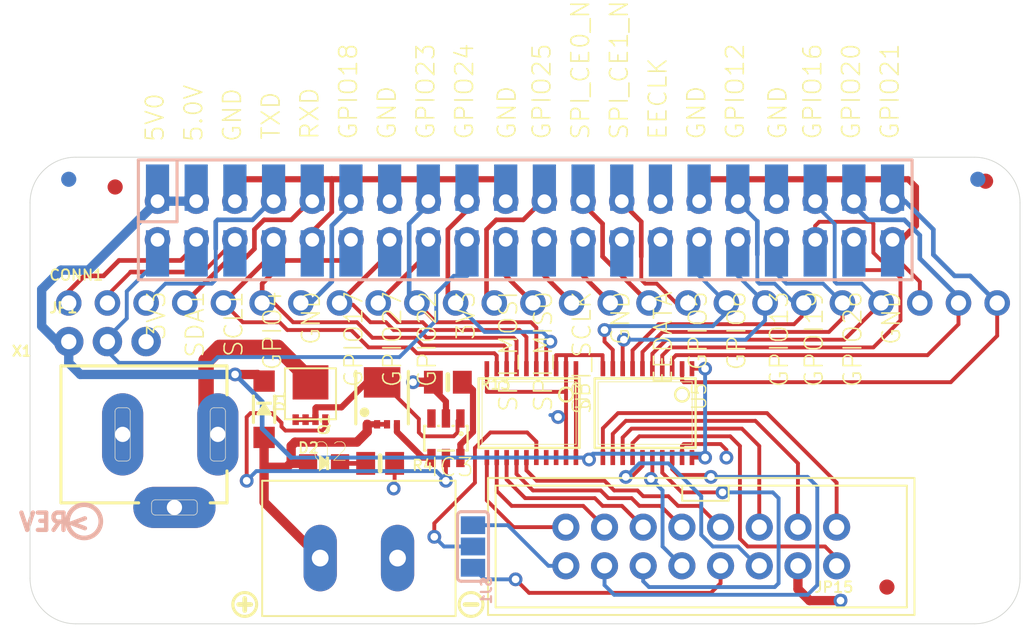
<source format=kicad_pcb>
(kicad_pcb (version 20211014) (generator pcbnew)
  (layers (0 "F.Cu" signal) (31 "B.Cu" signal) (34 "B.Paste" user) (35 "F.Paste" user) (36 "B.SilkS" user "B.Silkscreen") (37 "F.SilkS" user "F.Silkscreen") (38 "B.Mask" user) (39 "F.Mask" user) (44 "Edge.Cuts" user))
  (net 0 "")
  (net 1 "5.0V")
  (net 2 "SDA")
  (net 3 "SCL")
  (net 4 "GPIO4")
  (net 5 "GPIO17")
  (net 6 "GPIO27")
  (net 7 "GPIO22")
  (net 8 "SPI_MOSI")
  (net 9 "SPI_MISO")
  (net 10 "SPI_SCLK")
  (net 11 "GPIO5")
  (net 12 "GPIO6")
  (net 13 "GPIO13")
  (net 14 "GPIO19")
  (net 15 "GPIO26")
  (net 16 "3.3V")
  (net 17 "GND")
  (net 18 "TXD")
  (net 19 "RXD")
  (net 20 "GPIO18")
  (net 21 "GPIO24")
  (net 22 "GPIO25")
  (net 23 "SPI_CE0")
  (net 24 "SPI_CE1")
  (net 25 "EECLK")
  (net 26 "GPIO16")
  (net 27 "GPIO20")
  (net 28 "GPIO21")
  (net 29 "GPIO23")
  (net 30 "EEDATA")
  (net 31 "GPIO12")
  (net 32 "M1_R1")
  (net 33 "M1_B1")
  (net 34 "M1_R2")
  (net 35 "M1_B2")
  (net 36 "M1_A")
  (net 37 "M1_C")
  (net 38 "CLK")
  (net 39 "OE")
  (net 40 "LAT")
  (net 41 "M1_D")
  (net 42 "M1_B")
  (net 43 "M1_G2")
  (net 44 "M1_G1")
  (net 45 "N$1")
  (net 46 "N$6")
  (net 47 "5VIN")
  (net 48 "N$5")
  (net 49 "N$7")
  (net 50 "+5V")
  (net 51 "N$4")
  (net 52 "M1_E")
  (net 53 "M1_E'")
  (net 54 "M1_E''")
  (footprint "boardEagle:PI_BONNET_THMSMT" (layer "F.Cu") (at 116.0011 120.3338)
    (fp_text reference "RPI1" hide)
    (fp_text value "RASPBERRYPI_BPLUS_BONNET_THMSMT" hide)
    (fp_line (start 65 -3) (end 65 -27.6604) (layer "Edge.Cuts") (width 0.05))
    (fp_line (start 62 -30.6604) (end 3 -30.6604) (layer "Edge.Cuts") (width 0.05))
    (fp_line (start 0 -27.6604) (end 0 -3) (layer "Edge.Cuts") (width 0.05))
    (fp_line (start 3 0) (end 62 0) (layer "Edge.Cuts") (width 0.05))
    (fp_arc (start 3 0) (mid 0.87868 -0.87868) (end 0 -3) (layer "Edge.Cuts") (width 0.05))
    (fp_arc (start 62 -30.6604) (mid 64.12132 -29.78172) (end 65 -27.6604) (layer "Edge.Cuts") (width 0.05))
    (fp_arc (start 0 -27.6604) (mid 0.87868 -29.78172) (end 3 -30.6604) (layer "Edge.Cuts") (width 0.05))
    (fp_arc (start 65 -3) (mid 64.12132 -0.87868) (end 62 0) (layer "Edge.Cuts") (width 0.05))
  )
  (footprint "boardEagle:TSSOP20" (layer "F.Cu") (at 156.3871 106.4908 180)
    (fp_text reference "U5")
    (fp_text value "74AHCT245")
  )
  (footprint "boardEagle:TSSOP20" (layer "F.Cu") (at 148.7671 106.4908 180)
    (fp_text reference "U3")
    (fp_text value "74AHCT245")
  )
  (footprint "boardEagle:SYMBOL_PLUS" (layer "F.Cu") (at 130.0981 119.0638)
    (fp_text reference "U$10" hide)
    (fp_text value "" hide)
  )
  (footprint "boardEagle:2X08_SHROUDED" (layer "F.Cu") (at 160.0701 115.2538 180)
    (fp_text reference "JP15")
    (fp_text value "")
  )
  (footprint "boardEagle:POWERPAK-1212-8" (layer "F.Cu") (at 139.1151 105.4748)
    (fp_text reference "Q1")
    (fp_text value "AON3414")
  )
  (footprint "boardEagle:CHIPLED_0805_NOOUTLINE" (layer "F.Cu") (at 135.3051 109.7928 -90)
    (fp_text reference "D2")
    (fp_text value "green")
  )
  (footprint "boardEagle:DCJACK_2MM_PTH" (layer "F.Cu") (at 114.7311 107.8878)
    (fp_text reference "X1")
    (fp_text value "2.1mm DC")
    (fp_line (start 7.85 -1.5) (end 7.85 1.5) (layer "Edge.Cuts") (width 0.05))
    (fp_line (start 7.6 1.75) (end 7.1 1.75) (layer "Edge.Cuts") (width 0.05))
    (fp_line (start 13.1 1.5) (end 13.1 -1.5) (layer "Edge.Cuts") (width 0.05))
    (fp_line (start 12.25 4.55) (end 12.25 5.05) (layer "Edge.Cuts") (width 0.05))
    (fp_line (start 13.35 -1.75) (end 13.85 -1.75) (layer "Edge.Cuts") (width 0.05))
    (fp_line (start 9.5 4.3) (end 12 4.3) (layer "Edge.Cuts") (width 0.05))
    (fp_line (start 13.85 1.75) (end 13.35 1.75) (layer "Edge.Cuts") (width 0.05))
    (fp_line (start 14.1 -1.5) (end 14.1 1.5) (layer "Edge.Cuts") (width 0.05))
    (fp_line (start 9.25 5.05) (end 9.25 4.55) (layer "Edge.Cuts") (width 0.05))
    (fp_line (start 12 5.3) (end 9.5 5.3) (layer "Edge.Cuts") (width 0.05))
    (fp_line (start 7.1 -1.75) (end 7.6 -1.75) (layer "Edge.Cuts") (width 0.05))
    (fp_line (start 6.85 1.5) (end 6.85 -1.5) (layer "Edge.Cuts") (width 0.05))
    (fp_arc (start 12.25 5.05) (mid 12.176777 5.226777) (end 12 5.3) (layer "Edge.Cuts") (width 0.05))
    (fp_arc (start 7.85 1.5) (mid 7.776777 1.676777) (end 7.6 1.75) (layer "Edge.Cuts") (width 0.05))
    (fp_arc (start 13.35 1.75) (mid 13.173223 1.676777) (end 13.1 1.5) (layer "Edge.Cuts") (width 0.05))
    (fp_arc (start 7.6 -1.75) (mid 7.776777 -1.676777) (end 7.85 -1.5) (layer "Edge.Cuts") (width 0.05))
    (fp_arc (start 9.5 5.3) (mid 9.323223 5.226777) (end 9.25 5.05) (layer "Edge.Cuts") (width 0.05))
    (fp_arc (start 9.25 4.55) (mid 9.323223 4.373223) (end 9.5 4.3) (layer "Edge.Cuts") (width 0.05))
    (fp_arc (start 12 4.3) (mid 12.176777 4.373223) (end 12.25 4.55) (layer "Edge.Cuts") (width 0.05))
    (fp_arc (start 7.1 1.75) (mid 6.923223 1.676777) (end 6.85 1.5) (layer "Edge.Cuts") (width 0.05))
    (fp_arc (start 13.85 -1.75) (mid 14.026777 -1.676777) (end 14.1 -1.5) (layer "Edge.Cuts") (width 0.05))
    (fp_arc (start 13.1 -1.5) (mid 13.173223 -1.676777) (end 13.35 -1.75) (layer "Edge.Cuts") (width 0.05))
    (fp_arc (start 6.85 -1.5) (mid 6.923223 -1.676777) (end 7.1 -1.75) (layer "Edge.Cuts") (width 0.05))
    (fp_arc (start 14.1 1.5) (mid 14.026777 1.676777) (end 13.85 1.75) (layer "Edge.Cuts") (width 0.05))
  )
  (footprint "boardEagle:POWERDI3333" (layer "F.Cu") (at 134.4161 105.2208 90)
    (fp_text reference "Q2")
    (fp_text value "AON7401")
  )
  (footprint "boardEagle:FIDUCIAL_1MM" (layer "F.Cu") (at 178.7391 91.2508)
    (fp_text reference "FID3" hide)
    (fp_text value "FIDUCIAL_1MM" hide)
  )
  (footprint "boardEagle:FIDUCIAL_1MM" (layer "F.Cu") (at 172.2621 117.9208)
    (fp_text reference "FID2" hide)
    (fp_text value "FIDUCIAL_1MM" hide)
  )
  (footprint "boardEagle:1X03_ROUND_76" (layer "F.Cu") (at 121.0811 101.7918)
    (fp_text reference "JP1")
    (fp_text value "")
  )
  (footprint "boardEagle:FIDUCIAL_1MM" (layer "F.Cu") (at 121.5891 91.6318)
    (fp_text reference "FID1" hide)
    (fp_text value "FIDUCIAL_1MM" hide)
  )
  (footprint "boardEagle:0805-NO" (layer "F.Cu") (at 138.9881 109.7928)
    (fp_text reference "R4")
    (fp_text value "1K")
  )
  (footprint "boardEagle:BONNET_MATRIX_TOP" (layer "F.Cu") (at 116.0011 120.3338)
    (fp_text reference "U$1" hide)
    (fp_text value "" hide)
  )
  (footprint "boardEagle:TERMBLOCK508" (layer "F.Cu") (at 137.5911 116.0158 180)
    (fp_text reference "MATRIX_PWR0" hide)
    (fp_text value "PINHEAD" hide)
  )
  (footprint "boardEagle:0805-NO" (layer "F.Cu") (at 143.4331 104.4588)
    (fp_text reference "R13")
    (fp_text value "1K")
  )
  (footprint "boardEagle:SOD-123" (layer "F.Cu") (at 131.3681 106.2368 -90)
    (fp_text reference "D1")
    (fp_text value "MBR120")
  )
  (footprint "boardEagle:1X25_ROUND_70MIL" (layer "F.Cu") (at 149.0211 99.2518)
    (fp_text reference "CONN1")
    (fp_text value "HEADER-1X25")
  )
  (footprint "boardEagle:SOT23-6" (layer "F.Cu") (at 143.3061 108.1418 180)
    (fp_text reference "IC3")
    (fp_text value "MAX4866T")
  )
  (footprint "boardEagle:SYMBOL_MINUS" (layer "F.Cu") (at 144.9571 119.0638)
    (fp_text reference "U$11" hide)
    (fp_text value "" hide)
  )
  (footprint "boardEagle:PCBFEAT-REV-056" (layer "B.Cu") (at 119.5571 113.6028 180)
    (fp_text reference "U$3" hide)
    (fp_text value "" hide)
  )
  (footprint "boardEagle:SOLDERJUMPER_2WAY_OPEN_NOPASTE" (layer "B.Cu") (at 145.0841 115.2538 90)
    (fp_text reference "SJ1")
    (fp_text value "")
  )
  (footprint "boardEagle:BONNET_MATRIX_BOT" (layer "B.Cu") (at 181.0251 120.3338 180)
    (fp_text reference "U$6" hide)
    (fp_text value "" hide)
  )
  (segment (start 133.1461 108.6498) (end 133.1461 109.7588) (width 0.6096) (layer "F.Cu") (net 1))
  (segment (start 133.1801 109.7928) (end 133.1461 109.7588) (width 0.6096) (layer "F.Cu") (net 1))
  (segment (start 138.1401 107.2248) (end 138.7901 107.2248) (width 0.4064) (layer "F.Cu") (net 1))
  (segment (start 133.4001 108.3958) (end 133.1461 108.6498) (width 0.6096) (layer "F.Cu") (net 1))
  (segment (start 131.3681 110.0468) (end 132.8581 110.0468) (width 0.6096) (layer "F.Cu") (net 1))
  (segment (start 131.3681 108.0868) (end 131.3681 110.0468) (width 0.6096) (layer "F.Cu") (net 1))
  (segment (start 131.3681 110.0468) (end 131.3681 112.3328) (width 0.6096) (layer "F.Cu") (net 1))
  (segment (start 137.4641 108.3958) (end 133.4001 108.3958) (width 0.6096) (layer "F.Cu") (net 1))
  (segment (start 134.2551 109.7928) (end 133.1801 109.7928) (width 0.6096) (layer "F.Cu") (net 1))
  (segment (start 131.3681 112.3328) (end 135.0511 116.0158) (width 0.6096) (layer "F.Cu") (net 1))
  (segment (start 138.7901 107.2248) (end 139.4401 107.2248) (width 0.3048) (layer "F.Cu") (net 1))
  (segment (start 138.1401 107.7198) (end 137.4641 108.3958) (width 0.6096) (layer "F.Cu") (net 1))
  (segment (start 132.8581 110.0468) (end 133.1461 109.7588) (width 0.6096) (layer "F.Cu") (net 1))
  (segment (start 138.1401 107.2248) (end 138.1401 107.7198) (width 0.6096) (layer "F.Cu") (net 1))
  (segment (start 120.8271 97.4738) (end 121.8431 96.4578) (width 0.3048) (layer "F.Cu") (net 2))
  (segment (start 118.5411 98.4898) (end 119.5571 97.4738) (width 0.3048) (layer "F.Cu") (net 2))
  (segment (start 118.5411 99.2518) (end 118.5411 98.4898) (width 0.3048) (layer "F.Cu") (net 2))
  (segment (start 125.9071 96.4578) (end 126.9111 95.4538) (width 0.3048) (layer "F.Cu") (net 2))
  (segment (start 118.6081 99.3188) (end 118.5411 99.2518) (width 0.254) (layer "F.Cu") (net 2))
  (segment (start 126.9111 95.4538) (end 126.9111 95.1038) (width 0.3048) (layer "F.Cu") (net 2))
  (segment (start 119.5571 97.4738) (end 120.8271 97.4738) (width 0.3048) (layer "F.Cu") (net 2))
  (segment (start 121.8431 96.4578) (end 125.9071 96.4578) (width 0.3048) (layer "F.Cu") (net 2))
  (segment (start 126.9111 95.9944) (end 126.9111 95.1038) (width 0.4064) (layer "B.Cu") (net 2))
  (segment (start 126.9107 95.9944) (end 126.9111 95.9944) (width 0.4064) (layer "B.Cu") (net 2))
  (segment (start 129.4511 95.1388) (end 129.4511 95.1038) (width 0.254) (layer "F.Cu") (net 3))
  (segment (start 121.0811 98.7438) (end 121.0811 99.2518) (width 0.254) (layer "F.Cu") (net 3))
  (segment (start 127.3701 97.2198) (end 129.4511 95.1388) (width 0.254) (layer "F.Cu") (net 3))
  (segment (start 122.6051 97.2198) (end 127.3701 97.2198) (width 0.3048) (layer "F.Cu") (net 3))
  (segment (start 122.6051 97.2198) (end 121.0811 98.7438) (width 0.254) (layer "F.Cu") (net 3))
  (segment (start 129.4511 95.9944) (end 129.4511 95.1038) (width 0.4064) (layer "B.Cu") (net 3))
  (segment (start 129.4507 95.9944) (end 129.4511 95.9944) (width 0.4064) (layer "B.Cu") (net 3))
  (segment (start 141.0201 102.1728) (end 138.2261 102.1728) (width 0.254) (layer "F.Cu") (net 4))
  (segment (start 146.6421 103.573) (end 146.6421 102.7148) (width 0.254) (layer "F.Cu") (net 4))
  (segment (start 132.3841 100.5218) (end 132.8921 101.0298) (width 0.254) (layer "F.Cu") (net 4))
  (segment (start 146.6421 102.7148) (end 146.4811 102.5538) (width 0.254) (layer "F.Cu") (net 4))
  (segment (start 138.2261 102.1728) (end 137.0831 101.0298) (width 0.254) (layer "F.Cu") (net 4))
  (segment (start 128.7011 99.2518) (end 129.9711 100.5218) (width 0.254) (layer "F.Cu") (net 4))
  (segment (start 131.9911 95.9618) (end 131.9911 95.1038) (width 0.3048) (layer "F.Cu") (net 4))
  (segment (start 141.4011 102.5538) (end 141.0201 102.1728) (width 0.254) (layer "F.Cu") (net 4))
  (segment (start 146.4811 102.5538) (end 141.4011 102.5538) (width 0.254) (layer "F.Cu") (net 4))
  (segment (start 128.7011 99.2518) (end 131.9911 95.9618) (width 0.3048) (layer "F.Cu") (net 4))
  (segment (start 132.8921 101.0298) (end 137.0831 101.0298) (width 0.254) (layer "F.Cu") (net 4))
  (segment (start 129.9711 100.5218) (end 132.3841 100.5218) (width 0.254) (layer "F.Cu") (net 4))
  (segment (start 131.9907 95.1042) (end 131.9911 95.1038) (width 0.254) (layer "B.Cu") (net 4))
  (segment (start 131.9907 95.9944) (end 131.9907 95.1042) (width 0.254) (layer "B.Cu") (net 4))
  (segment (start 132.0031 99.2518) (end 131.2411 99.2518) (width 0.254) (layer "F.Cu") (net 5))
  (segment (start 132.7651 96.4578) (end 136.5751 96.4578) (width 0.3048) (layer "F.Cu") (net 5))
  (segment (start 147.2921 102.2218) (end 147.1161 102.0458) (width 0.254) (layer "F.Cu") (net 5))
  (segment (start 138.4801 101.5378) (end 137.4641 100.5218) (width 0.254) (layer "F.Cu") (net 5))
  (segment (start 137.0711 95.9618) (end 137.0711 95.1038) (width 0.3048) (layer "F.Cu") (net 5))
  (segment (start 147.2921 103.573) (end 147.2921 102.2218) (width 0.254) (layer "F.Cu") (net 5))
  (segment (start 131.2411 97.9818) (end 132.7651 96.4578) (width 0.3048) (layer "F.Cu") (net 5))
  (segment (start 141.2741 101.5378) (end 138.4801 101.5378) (width 0.254) (layer "F.Cu") (net 5))
  (segment (start 131.2411 99.2518) (end 131.2411 97.9818) (width 0.3048) (layer "F.Cu") (net 5))
  (segment (start 133.2731 100.5218) (end 132.0031 99.2518) (width 0.254) (layer "F.Cu") (net 5))
  (segment (start 136.5751 96.4578) (end 137.0711 95.9618) (width 0.3048) (layer "F.Cu") (net 5))
  (segment (start 137.4641 100.5218) (end 133.2731 100.5218) (width 0.254) (layer "F.Cu") (net 5))
  (segment (start 141.7821 102.0458) (end 141.2741 101.5378) (width 0.254) (layer "F.Cu") (net 5))
  (segment (start 147.1161 102.0458) (end 141.7821 102.0458) (width 0.254) (layer "F.Cu") (net 5))
  (segment (start 137.0707 95.9944) (end 137.0711 95.9944) (width 0.4064) (layer "B.Cu") (net 5))
  (segment (start 137.0711 95.9944) (end 137.0711 95.1038) (width 0.4064) (layer "B.Cu") (net 5))
  (segment (start 147.9421 103.573) (end 147.9421 101.7288) (width 0.254) (layer "F.Cu") (net 6))
  (segment (start 142.0361 101.5378) (end 141.5281 101.0298) (width 0.254) (layer "F.Cu") (net 6))
  (segment (start 147.7511 101.5378) (end 142.0361 101.5378) (width 0.254) (layer "F.Cu") (net 6))
  (segment (start 137.2101 99.3788) (end 136.4481 99.3788) (width 0.254) (layer "F.Cu") (net 6))
  (segment (start 141.5281 101.0298) (end 139.8771 101.0298) (width 0.254) (layer "F.Cu") (net 6))
  (segment (start 136.3211 99.2518) (end 139.6111 95.9618) (width 0.3048) (layer "F.Cu") (net 6))
  (segment (start 147.9421 101.7288) (end 147.7511 101.5378) (width 0.254) (layer "F.Cu") (net 6))
  (segment (start 139.6111 95.9618) (end 139.6111 95.1038) (width 0.3048) (layer "F.Cu") (net 6))
  (segment (start 136.4481 99.3788) (end 136.3211 99.2518) (width 0.254) (layer "F.Cu") (net 6))
  (segment (start 139.8771 101.0298) (end 139.3691 100.5218) (width 0.254) (layer "F.Cu") (net 6))
  (segment (start 139.3691 100.5218) (end 138.3531 100.5218) (width 0.254) (layer "F.Cu") (net 6))
  (segment (start 138.3531 100.5218) (end 137.2101 99.3788) (width 0.254) (layer "F.Cu") (net 6))
  (segment (start 139.6107 95.9944) (end 139.6111 95.9944) (width 0.4064) (layer "B.Cu") (net 6))
  (segment (start 139.6111 95.9944) (end 139.6111 95.1038) (width 0.4064) (layer "B.Cu") (net 6))
  (segment (start 148.5921 103.573) (end 148.5921 101.4898) (width 0.254) (layer "F.Cu") (net 7))
  (segment (start 142.1511 95.9618) (end 142.1511 95.1038) (width 0.3048) (layer "F.Cu") (net 7))
  (segment (start 141.7821 100.5218) (end 140.1311 100.5218) (width 0.254) (layer "F.Cu") (net 7))
  (segment (start 142.2901 101.0298) (end 141.7821 100.5218) (width 0.254) (layer "F.Cu") (net 7))
  (segment (start 138.8611 99.2518) (end 142.1511 95.9618) (width 0.3048) (layer "F.Cu") (net 7))
  (segment (start 140.1311 100.5218) (end 138.8611 99.2518) (width 0.254) (layer "F.Cu") (net 7))
  (segment (start 148.1321 101.0298) (end 142.2901 101.0298) (width 0.254) (layer "F.Cu") (net 7))
  (segment (start 148.5921 101.4898) (end 148.1321 101.0298) (width 0.254) (layer "F.Cu") (net 7))
  (segment (start 142.1511 95.9944) (end 142.1511 95.1038) (width 0.4064) (layer "B.Cu") (net 7))
  (segment (start 142.1507 95.9944) (end 142.1511 95.9944) (width 0.4064) (layer "B.Cu") (net 7))
  (segment (start 147.2311 97.4618) (end 147.2311 95.1038) (width 0.3048) (layer "F.Cu") (net 8))
  (segment (start 149.0211 99.2518) (end 147.2311 97.4618) (width 0.3048) (layer "F.Cu") (net 8))
  (segment (start 147.2311 95.9944) (end 147.2311 95.1038) (width 0.4064) (layer "B.Cu") (net 8))
  (segment (start 147.2307 95.9944) (end 147.2311 95.9944) (width 0.4064) (layer "B.Cu") (net 8))
  (segment (start 151.5611 99.2518) (end 149.7711 97.4618) (width 0.3048) (layer "F.Cu") (net 9))
  (segment (start 149.7711 97.4618) (end 149.7711 95.1038) (width 0.3048) (layer "F.Cu") (net 9))
  (segment (start 149.7711 95.9944) (end 149.7711 95.1038) (width 0.4064) (layer "B.Cu") (net 9))
  (segment (start 149.7707 95.9944) (end 149.7711 95.9944) (width 0.4064) (layer "B.Cu") (net 9))
  (segment (start 154.1011 99.2518) (end 152.3111 97.4618) (width 0.3048) (layer "F.Cu") (net 10))
  (segment (start 152.3111 97.4618) (end 152.3111 95.1038) (width 0.3048) (layer "F.Cu") (net 10))
  (segment (start 152.3111 95.9944) (end 152.3111 95.1038) (width 0.4064) (layer "B.Cu") (net 10))
  (segment (start 152.3107 95.9944) (end 152.3111 95.9944) (width 0.4064) (layer "B.Cu") (net 10))
  (segment (start 154.2621 103.573) (end 154.2621 102.3338) (width 0.254) (layer "F.Cu") (net 11))
  (segment (start 154.2621 102.3338) (end 153.7201 101.7918) (width 0.254) (layer "F.Cu") (net 11))
  (segment (start 153.7201 101.7918) (end 153.7201 101.0298) (width 0.254) (layer "F.Cu") (net 11))
  (via (at 153.7201 101.0298) (size 0.9064) (drill 0.5) (layers "F.Cu" "B.Cu") (net 11))
  (segment (start 161.7211 99.8868) (end 161.7211 99.2518) (width 0.254) (layer "B.Cu") (net 11))
  (segment (start 159.9307 97.4614) (end 161.7211 99.2518) (width 0.254) (layer "B.Cu") (net 11))
  (segment (start 159.9307 95.9944) (end 159.9431 95.9944) (width 0.4064) (layer "B.Cu") (net 11))
  (segment (start 160.8321 100.7758) (end 161.7211 99.8868) (width 0.254) (layer "B.Cu") (net 11))
  (segment (start 159.9311 95.9498) (end 159.9311 95.1038) (width 0.4064) (layer "B.Cu") (net 11))
  (segment (start 159.9307 95.9944) (end 159.9307 97.4614) (width 0.254) (layer "B.Cu") (net 11))
  (segment (start 153.7201 101.0298) (end 153.9741 100.7758) (width 0.254) (layer "B.Cu") (net 11))
  (segment (start 159.9431 95.9944) (end 159.9431 95.9498) (width 0.4064) (layer "B.Cu") (net 11))
  (segment (start 153.9741 100.7758) (end 160.8321 100.7758) (width 0.254) (layer "B.Cu") (net 11))
  (segment (start 159.9431 95.9498) (end 159.9311 95.9498) (width 0.4064) (layer "B.Cu") (net 11))
  (segment (start 154.9121 103.573) (end 154.9121 101.7428) (width 0.254) (layer "F.Cu") (net 12))
  (segment (start 154.9121 101.7428) (end 154.9901 101.6648) (width 0.254) (layer "F.Cu") (net 12))
  (via (at 154.9901 101.6648) (size 0.9064) (drill 0.5) (layers "F.Cu" "B.Cu") (net 12))
  (segment (start 162.4711 95.9944) (end 162.4711 95.1038) (width 0.4064) (layer "B.Cu") (net 12))
  (segment (start 154.9901 101.6648) (end 162.9911 101.6648) (width 0.254) (layer "B.Cu") (net 12))
  (segment (start 162.4711 97.4618) (end 164.2611 99.2518) (width 0.254) (layer "B.Cu") (net 12))
  (segment (start 164.2611 100.3948) (end 164.2611 99.2518) (width 0.254) (layer "B.Cu") (net 12))
  (segment (start 162.4711 95.1038) (end 162.4711 97.4618) (width 0.3048) (layer "B.Cu") (net 12))
  (segment (start 162.4707 95.9944) (end 162.4711 95.9944) (width 0.4064) (layer "B.Cu") (net 12))
  (segment (start 162.9911 101.6648) (end 164.2611 100.3948) (width 0.254) (layer "B.Cu") (net 12))
  (segment (start 169.3411 100.2678) (end 169.3411 99.2518) (width 0.254) (layer "F.Cu") (net 13))
  (segment (start 168.4521 101.1568) (end 169.3411 100.2678) (width 0.254) (layer "F.Cu") (net 13))
  (segment (start 156.2121 103.573) (end 156.2121 102.4748) (width 0.254) (layer "F.Cu") (net 13))
  (segment (start 156.2121 102.4748) (end 157.5301 101.1568) (width 0.254) (layer "F.Cu") (net 13))
  (segment (start 157.5301 101.1568) (end 168.4521 101.1568) (width 0.254) (layer "F.Cu") (net 13))
  (segment (start 165.0111 95.9944) (end 165.0111 95.1038) (width 0.4064) (layer "B.Cu") (net 13))
  (segment (start 168.8331 98.7438) (end 169.3411 99.2518) (width 0.3048) (layer "B.Cu") (net 13))
  (segment (start 168.0711 97.9818) (end 168.8331 98.7438) (width 0.254) (layer "B.Cu") (net 13))
  (segment (start 165.0107 95.9944) (end 165.0111 95.9944) (width 0.4064) (layer "B.Cu") (net 13))
  (segment (start 165.6581 97.9818) (end 168.0711 97.9818) (width 0.254) (layer "B.Cu") (net 13))
  (segment (start 165.0107 97.3344) (end 165.0107 95.9944) (width 0.254) (layer "B.Cu") (net 13))
  (segment (start 165.0107 97.3344) (end 165.6581 97.9818) (width 0.254) (layer "B.Cu") (net 13))
  (segment (start 171.8811 96.4578) (end 171.3731 95.9498) (width 0.254) (layer "F.Cu") (net 14))
  (segment (start 171.3731 94.0448) (end 171.2461 93.9178) (width 0.254) (layer "F.Cu") (net 14))
  (segment (start 171.3731 95.9498) (end 171.3731 94.0448) (width 0.254) (layer "F.Cu") (net 14))
  (segment (start 167.8171 93.9178) (end 167.5511 94.1838) (width 0.254) (layer "F.Cu") (net 14))
  (segment (start 167.5511 94.1838) (end 167.5511 95.1038) (width 0.254) (layer "F.Cu") (net 14))
  (segment (start 173.0241 96.4578) (end 171.8811 96.4578) (width 0.254) (layer "F.Cu") (net 14))
  (segment (start 174.4211 99.2518) (end 174.4211 97.8548) (width 0.254) (layer "F.Cu") (net 14))
  (segment (start 171.2461 93.9178) (end 167.8171 93.9178) (width 0.254) (layer "F.Cu") (net 14))
  (segment (start 174.4211 97.8548) (end 173.0241 96.4578) (width 0.254) (layer "F.Cu") (net 14))
  (segment (start 167.5507 95.9944) (end 167.5511 95.9944) (width 0.4064) (layer "B.Cu") (net 14))
  (segment (start 167.5511 95.9944) (end 167.5511 95.1038) (width 0.4064) (layer "B.Cu") (net 14))
  (segment (start 170.1031 96.8388) (end 170.1031 95.1158) (width 0.254) (layer "F.Cu") (net 15))
  (segment (start 171.3731 102.1728) (end 173.1511 100.3948) (width 0.254) (layer "F.Cu") (net 15))
  (segment (start 170.1031 95.1158) (end 170.0911 95.1038) (width 0.254) (layer "F.Cu") (net 15))
  (segment (start 173.1511 100.3948) (end 173.1511 97.6008) (width 0.254) (layer "F.Cu") (net 15))
  (segment (start 157.5121 103.573) (end 157.5121 102.6988) (width 0.254) (layer "F.Cu") (net 15))
  (segment (start 172.6431 97.0928) (end 170.3571 97.0928) (width 0.254) (layer "F.Cu") (net 15))
  (segment (start 173.1511 97.6008) (end 172.6431 97.0928) (width 0.254) (layer "F.Cu") (net 15))
  (segment (start 170.3571 97.0928) (end 170.1031 96.8388) (width 0.254) (layer "F.Cu") (net 15))
  (segment (start 157.5121 102.6988) (end 158.0381 102.1728) (width 0.254) (layer "F.Cu") (net 15))
  (segment (start 158.0381 102.1728) (end 171.3731 102.1728) (width 0.254) (layer "F.Cu") (net 15))
  (segment (start 170.0907 95.9944) (end 170.0911 95.9944) (width 0.4064) (layer "B.Cu") (net 15))
  (segment (start 170.0911 95.9944) (end 170.0911 95.1038) (width 0.4064) (layer "B.Cu") (net 15))
  (segment (start 121.0811 101.5378) (end 121.0811 101.7918) (width 0.254) (layer "B.Cu") (net 16))
  (segment (start 124.3711 95.1038) (end 124.3711 96.4698) (width 0.254) (layer "B.Cu") (net 16))
  (segment (start 144.6911 95.9944) (end 144.6911 95.1038) (width 0.4064) (layer "B.Cu") (net 16))
  (segment (start 121.8431 103.1888) (end 121.0811 102.4268) (width 0.254) (layer "B.Cu") (net 16))
  (segment (start 124.3831 96.4698) (end 124.3831 95.4418) (width 0.4064) (layer "B.Cu") (net 16))
  (segment (start 142.6711 100.3948) (end 140.2581 102.8078) (width 0.254) (layer "B.Cu") (net 16))
  (segment (start 124.3707 95.9944) (end 124.3711 95.9944) (width 0.4064) (layer "B.Cu") (net 16))
  (segment (start 128.3201 102.8078) (end 127.9391 103.1888) (width 0.254) (layer "B.Cu") (net 16))
  (segment (start 121.0811 102.4268) (end 121.0811 101.7918) (width 0.254) (layer "B.Cu") (net 16))
  (segment (start 124.3711 96.4698) (end 122.3511 98.4898) (width 0.254) (layer "B.Cu") (net 16))
  (segment (start 140.2581 102.8078) (end 128.3201 102.8078) (width 0.254) (layer "B.Cu") (net 16))
  (segment (start 122.3511 100.2678) (end 121.0811 101.5378) (width 0.254) (layer "B.Cu") (net 16))
  (segment (start 144.7031 95.1158) (end 144.6911 95.1038) (width 0.254) (layer "B.Cu") (net 16))
  (segment (start 142.6711 98.6168) (end 143.8141 97.4738) (width 0.254) (layer "B.Cu") (net 16))
  (segment (start 122.3511 98.4898) (end 122.3511 100.2678) (width 0.254) (layer "B.Cu") (net 16))
  (segment (start 124.3711 96.4698) (end 124.3831 96.4698) (width 0.4064) (layer "B.Cu") (net 16))
  (segment (start 143.8141 97.4738) (end 144.7031 97.4738) (width 0.254) (layer "B.Cu") (net 16))
  (segment (start 144.7031 97.4738) (end 144.7031 95.1158) (width 0.254) (layer "B.Cu") (net 16))
  (segment (start 142.6711 100.3948) (end 142.6711 98.6168) (width 0.254) (layer "B.Cu") (net 16))
  (segment (start 127.9391 103.1888) (end 121.8431 103.1888) (width 0.254) (layer "B.Cu") (net 16))
  (segment (start 124.3711 95.9944) (end 124.3711 95.1038) (width 0.4064) (layer "B.Cu") (net 16))
  (segment (start 144.6907 95.9944) (end 144.6911 95.9944) (width 0.4064) (layer "B.Cu") (net 16))
  (segment (start 151.1921 106.828888) (end 151.108012 106.7448) (width 0.254) (layer "F.Cu") (net 17))
  (segment (start 134.5311 94.5648) (end 135.8131 93.2828) (width 0.3048) (layer "F.Cu") (net 17))
  (segment (start 143.3061 106.8418) (end 143.3061 105.7288) (width 0.4064) (layer "F.Cu") (net 17))
  (segment (start 142.4831 104.9058) (end 142.4831 104.4588) (width 0.4064) (layer "F.Cu") (net 17))
  (segment (start 151.1921 106.828888) (end 151.1921 105.0938) (width 0.254) (layer "F.Cu") (net 17))
  (segment (start 142.4831 104.4588) (end 141.1471 104.4588) (width 0.6096) (layer "F.Cu") (net 17))
  (segment (start 139.6111 91.1238) (end 147.2311 91.1238) (width 0.4064) (layer "F.Cu") (net 17))
  (segment (start 173.6591 91.1238) (end 165.0231 91.1238) (width 0.4064) (layer "F.Cu") (net 17))
  (segment (start 134.5311 95.1038) (end 134.5311 94.5648) (width 0.3048) (layer "F.Cu") (net 17))
  (segment (start 158.9271 108.5228) (end 161.3401 108.5228) (width 0.254) (layer "F.Cu") (net 17))
  (segment (start 135.8131 93.2828) (end 135.8131 91.1238) (width 0.3048) (layer "F.Cu") (net 17))
  (segment (start 153.5931 102.6808) (end 153.5931 103.573) (width 0.254) (layer "F.Cu") (net 17))
  (segment (start 161.7211 108.9038) (end 161.7211 109.4118) (width 0.254) (layer "F.Cu") (net 17))
  (segment (start 143.3061 105.7288) (end 142.4831 104.9058) (width 0.4064) (layer "F.Cu") (net 17))
  (segment (start 129.4511 92.5638) (end 129.4511 91.1238) (width 0.4064) (layer "F.Cu") (net 17))
  (segment (start 167.1821 118.8098) (end 169.2141 118.8098) (width 0.6096) (layer "F.Cu") (net 17))
  (segment (start 151.1921 103.573) (end 151.1921 102.6808) (width 0.254) (layer "F.Cu") (net 17))
  (segment (start 159.9311 91.1238) (end 165.0231 91.1238) (width 0.4064) (layer "F.Cu") (net 17))
  (segment (start 151.1921 102.6808) (end 153.5931 102.6808) (width 0.254) (layer "F.Cu") (net 17))
  (segment (start 173.2351 95.1038) (end 174.1671 94.1718) (width 0.4064) (layer "F.Cu") (net 17))
  (segment (start 165.0231 91.1238) (end 165.0231 92.5638) (width 0.4064) (layer "F.Cu") (net 17))
  (segment (start 139.6111 92.5638) (end 139.6111 91.1238) (width 0.4064) (layer "F.Cu") (net 17))
  (segment (start 165.0231 92.5638) (end 165.0111 92.5638) (width 0.4064) (layer "F.Cu") (net 17))
  (segment (start 150.5451 102.6808) (end 150.5451 103.573) (width 0.254) (layer "F.Cu") (net 17))
  (segment (start 129.4511 91.1238) (end 135.8131 91.1238) (width 0.4064) (layer "F.Cu") (net 17))
  (segment (start 161.3401 108.5228) (end 161.7211 108.9038) (width 0.254) (layer "F.Cu") (net 17))
  (segment (start 145.9921 103.573) (end 145.9921 105.0938) (width 0.254) (layer "F.Cu") (net 17))
  (segment (start 166.4201 118.0478) (end 167.1821 118.8098) (width 0.6096) (layer "F.Cu") (net 17))
  (segment (start 153.5931 103.573) (end 153.6121 103.573) (width 0.254) (layer "F.Cu") (net 17))
  (segment (start 139.9381 111.3828) (end 139.8771 111.4438) (width 0.254) (layer "F.Cu") (net 17))
  (segment (start 145.9921 105.0938) (end 151.1921 105.0938) (width 0.254) (layer "F.Cu") (net 17))
  (segment (start 158.8121 109.4086) (end 158.8121 108.6378) (width 0.254) (layer "F.Cu") (net 17))
  (segment (start 139.9381 109.7928) (end 139.9381 111.3828) (width 0.254) (layer "F.Cu") (net 17))
  (segment (start 174.1671 94.1718) (end 174.1671 91.6318) (width 0.4064) (layer "F.Cu") (net 17))
  (segment (start 150.5451 103.573) (end 150.5421 103.573) (width 0.254) (layer "F.Cu") (net 17))
  (segment (start 166.4201 116.5238) (end 166.4201 118.0478) (width 0.6096) (layer "F.Cu") (net 17))
  (segment (start 151.108012 106.7448) (end 150.6721 106.7448) (width 0.254) (layer "F.Cu") (net 17))
  (segment (start 174.1671 91.6318) (end 173.6591 91.1238) (width 0.4064) (layer "F.Cu") (net 17))
  (segment (start 135.8131 91.1238) (end 139.6111 91.1238) (width 0.4064) (layer "F.Cu") (net 17))
  (segment (start 151.1921 102.6808) (end 150.5451 102.6808) (width 0.254) (layer "F.Cu") (net 17))
  (segment (start 151.1921 109.4086) (end 151.1921 106.828888) (width 0.254) (layer "F.Cu") (net 17))
  (segment (start 172.6311 95.1038) (end 173.2351 95.1038) (width 0.4064) (layer "F.Cu") (net 17))
  (segment (start 158.8121 108.6378) (end 158.9271 108.5228) (width 0.254) (layer "F.Cu") (net 17))
  (segment (start 147.2311 91.1238) (end 147.2311 92.5638) (width 0.4064) (layer "F.Cu") (net 17))
  (segment (start 159.9311 92.5638) (end 159.9311 91.1238) (width 0.4064) (layer "F.Cu") (net 17))
  (segment (start 151.1921 105.0938) (end 151.1921 103.573) (width 0.254) (layer "F.Cu") (net 17))
  (via (at 169.2141 118.8098) (size 0.9064) (drill 0.5) (layers "F.Cu" "B.Cu") (net 17))
  (via (at 150.6721 106.7448) (size 0.9064) (drill 0.5) (layers "F.Cu" "B.Cu") (net 17))
  (via (at 161.7211 109.4118) (size 0.9064) (drill 0.5) (layers "F.Cu" "B.Cu") (net 17))
  (via (at 141.1471 104.4588) (size 0.9064) (drill 0.5) (layers "F.Cu" "B.Cu") (net 17))
  (via (at 139.8771 111.4438) (size 0.9064) (drill 0.5) (layers "F.Cu" "B.Cu") (net 17))
  (segment (start 139.8771 111.4438) (end 139.8771 111.5708) (width 0.3048) (layer "B.Cu") (net 17))
  (segment (start 150.6721 106.7448) (end 150.5451 106.6178) (width 0.254) (layer "B.Cu") (net 17))
  (segment (start 150.5451 106.6178) (end 150.1641 106.6178) (width 0.254) (layer "B.Cu") (net 17))
  (segment (start 169.2141 118.8098) (end 169.3411 118.6828) (width 0.6096) (layer "B.Cu") (net 17))
  (segment (start 161.7211 109.4118) (end 161.5941 109.4118) (width 0.254) (layer "B.Cu") (net 17))
  (segment (start 131.8331 92.5638) (end 131.9911 92.5638) (width 0.3048) (layer "B.Cu") (net 18))
  (segment (start 128.1931 97.7278) (end 127.9391 97.9818) (width 0.254) (layer "B.Cu") (net 18))
  (segment (start 131.9911 91.6764) (end 131.9911 92.5638) (width 0.4064) (layer "B.Cu") (net 18))
  (segment (start 128.1931 93.9178) (end 128.3201 93.7908) (width 0.3048) (layer "B.Cu") (net 18))
  (segment (start 127.9391 97.9818) (end 124.8911 97.9818) (width 0.254) (layer "B.Cu") (net 18))
  (segment (start 131.9907 91.6764) (end 131.9911 91.6764) (width 0.4064) (layer "B.Cu") (net 18))
  (segment (start 128.3201 93.7908) (end 130.6061 93.7908) (width 0.3048) (layer "B.Cu") (net 18))
  (segment (start 124.8911 97.9818) (end 123.6211 99.2518) (width 0.254) (layer "B.Cu") (net 18))
  (segment (start 130.6061 93.7908) (end 131.8331 92.5638) (width 0.3048) (layer "B.Cu") (net 18))
  (segment (start 128.1931 95.6958) (end 128.1931 97.7278) (width 0.254) (layer "B.Cu") (net 18))
  (segment (start 128.1931 95.6958) (end 128.1931 93.9178) (width 0.3048) (layer "B.Cu") (net 18))
  (segment (start 134.3731 92.5638) (end 134.5311 92.5638) (width 0.3048) (layer "F.Cu") (net 19))
  (segment (start 129.9711 96.4578) (end 130.7331 95.6958) (width 0.3048) (layer "F.Cu") (net 19))
  (segment (start 128.9551 96.4578) (end 129.9711 96.4578) (width 0.3048) (layer "F.Cu") (net 19))
  (segment (start 130.7331 94.4258) (end 131.3681 93.7908) (width 0.3048) (layer "F.Cu") (net 19))
  (segment (start 130.7331 95.6958) (end 130.7331 94.4258) (width 0.3048) (layer "F.Cu") (net 19))
  (segment (start 131.3681 93.7908) (end 133.1461 93.7908) (width 0.3048) (layer "F.Cu") (net 19))
  (segment (start 133.1461 93.7908) (end 134.3731 92.5638) (width 0.3048) (layer "F.Cu") (net 19))
  (segment (start 126.1611 99.2518) (end 128.9551 96.4578) (width 0.3048) (layer "F.Cu") (net 19))
  (segment (start 134.5311 91.6764) (end 134.5311 92.5638) (width 0.4064) (layer "B.Cu") (net 19))
  (segment (start 134.5307 91.6764) (end 134.5311 91.6764) (width 0.4064) (layer "B.Cu") (net 19))
  (segment (start 135.8131 97.8548) (end 134.4161 99.2518) (width 0.3048) (layer "B.Cu") (net 20))
  (segment (start 137.0711 92.9138) (end 137.0711 92.5638) (width 0.3048) (layer "B.Cu") (net 20))
  (segment (start 135.8131 97.8548) (end 135.8131 94.1718) (width 0.3048) (layer "B.Cu") (net 20))
  (segment (start 134.4161 99.2518) (end 133.7811 99.2518) (width 0.3048) (layer "B.Cu") (net 20))
  (segment (start 135.8131 94.1718) (end 137.0711 92.9138) (width 0.3048) (layer "B.Cu") (net 20))
  (segment (start 137.0707 91.6764) (end 137.0711 91.6764) (width 0.4064) (layer "B.Cu") (net 20))
  (segment (start 137.0711 91.6764) (end 137.0711 92.5638) (width 0.4064) (layer "B.Cu") (net 20))
  (segment (start 143.4331 98.7438) (end 143.4331 94.4258) (width 0.3048) (layer "F.Cu") (net 21))
  (segment (start 143.4331 94.4258) (end 144.6911 93.1678) (width 0.3048) (layer "F.Cu") (net 21))
  (segment (start 144.6911 93.1678) (end 144.6911 92.5638) (width 0.3048) (layer "F.Cu") (net 21))
  (segment (start 149.8921 102.1908) (end 149.8921 103.573) (width 0.254) (layer "F.Cu") (net 21))
  (segment (start 143.9411 99.2518) (end 143.4331 98.7438) (width 0.3048) (layer "F.Cu") (net 21))
  (segment (start 150.1641 101.7918) (end 150.1641 101.9188) (width 0.254) (layer "F.Cu") (net 21))
  (segment (start 150.1641 101.9188) (end 149.8921 102.1908) (width 0.254) (layer "F.Cu") (net 21))
  (via (at 150.1641 101.7918) (size 0.9064) (drill 0.5) (layers "F.Cu" "B.Cu") (net 21))
  (segment (start 145.8461 101.1568) (end 149.6561 101.1568) (width 0.254) (layer "B.Cu") (net 21))
  (segment (start 143.9411 99.2518) (end 145.8461 101.1568) (width 0.254) (layer "B.Cu") (net 21))
  (segment (start 144.6911 91.6764) (end 144.6911 92.5638) (width 0.4064) (layer "B.Cu") (net 21))
  (segment (start 150.1641 101.6648) (end 150.1641 101.7918) (width 0.254) (layer "B.Cu") (net 21))
  (segment (start 144.6907 91.6764) (end 144.6911 91.6764) (width 0.4064) (layer "B.Cu") (net 21))
  (segment (start 149.6561 101.1568) (end 150.1641 101.6648) (width 0.254) (layer "B.Cu") (net 21))
  (segment (start 146.6081 93.7908) (end 148.3861 93.7908) (width 0.3048) (layer "F.Cu") (net 22))
  (segment (start 145.9731 94.4258) (end 146.6081 93.7908) (width 0.3048) (layer "F.Cu") (net 22))
  (segment (start 149.6131 92.5638) (end 149.7711 92.5638) (width 0.3048) (layer "F.Cu") (net 22))
  (segment (start 146.4811 99.2518) (end 145.9731 98.7438) (width 0.3048) (layer "F.Cu") (net 22))
  (segment (start 145.9731 98.7438) (end 145.9731 94.4258) (width 0.3048) (layer "F.Cu") (net 22))
  (segment (start 148.3861 93.7908) (end 149.6131 92.5638) (width 0.3048) (layer "F.Cu") (net 22))
  (segment (start 149.7707 91.6764) (end 149.7711 91.6764) (width 0.4064) (layer "B.Cu") (net 22))
  (segment (start 149.7711 91.6764) (end 149.7711 92.5638) (width 0.4064) (layer "B.Cu") (net 22))
  (segment (start 153.5931 94.0448) (end 152.3111 92.7628) (width 0.3048) (layer "F.Cu") (net 23))
  (segment (start 153.5931 96.2038) (end 153.5931 94.0448) (width 0.3048) (layer "F.Cu") (net 23))
  (segment (start 156.6411 99.2518) (end 153.5931 96.2038) (width 0.3048) (layer "F.Cu") (net 23))
  (segment (start 152.3111 92.7628) (end 152.3111 92.5638) (width 0.3048) (layer "F.Cu") (net 23))
  (segment (start 152.3107 91.6764) (end 152.3111 91.6764) (width 0.4064) (layer "B.Cu") (net 23))
  (segment (start 152.3111 91.6764) (end 152.3111 92.5638) (width 0.4064) (layer "B.Cu") (net 23))
  (segment (start 156.1331 97.7278) (end 156.3871 97.9818) (width 0.254) (layer "F.Cu") (net 24))
  (segment (start 156.1331 96.2038) (end 156.1331 97.7278) (width 0.254) (layer "F.Cu") (net 24))
  (segment (start 154.8511 92.6358) (end 156.1331 93.9178) (width 0.3048) (layer "F.Cu") (net 24))
  (segment (start 157.1491 97.9818) (end 158.4191 99.2518) (width 0.254) (layer "F.Cu") (net 24))
  (segment (start 154.8511 92.5638) (end 154.8511 92.6358) (width 0.3048) (layer "F.Cu") (net 24))
  (segment (start 156.1331 93.9178) (end 156.1331 96.2038) (width 0.3048) (layer "F.Cu") (net 24))
  (segment (start 158.4191 99.2518) (end 159.1811 99.2518) (width 0.254) (layer "F.Cu") (net 24))
  (segment (start 156.3871 97.9818) (end 157.1491 97.9818) (width 0.254) (layer "F.Cu") (net 24))
  (segment (start 154.8507 91.6764) (end 154.8511 91.6764) (width 0.4064) (layer "B.Cu") (net 24))
  (segment (start 154.8511 91.6764) (end 154.8511 92.5638) (width 0.4064) (layer "B.Cu") (net 24))
  (segment (start 157.3907 91.6764) (end 157.3911 91.6764) (width 0.4064) (layer "B.Cu") (net 25))
  (segment (start 157.3911 91.6764) (end 157.3911 92.5638) (width 0.4064) (layer "B.Cu") (net 25))
  (segment (start 169.4681 101.6648) (end 171.8811 99.2518) (width 0.254) (layer "F.Cu") (net 26))
  (segment (start 156.8621 102.5868) (end 157.7841 101.6648) (width 0.254) (layer "F.Cu") (net 26))
  (segment (start 157.7841 101.6648) (end 169.4681 101.6648) (width 0.254) (layer "F.Cu") (net 26))
  (segment (start 156.8621 103.573) (end 156.8621 102.5868) (width 0.254) (layer "F.Cu") (net 26))
  (segment (start 167.5507 91.6764) (end 167.5511 91.6764) (width 0.4064) (layer "B.Cu") (net 26))
  (segment (start 167.5511 91.6764) (end 167.5511 92.5638) (width 0.4064) (layer "B.Cu") (net 26))
  (segment (start 168.8331 94.0688) (end 168.8331 97.8548) (width 0.254) (layer "B.Cu") (net 26))
  (segment (start 170.6111 97.9818) (end 171.8811 99.2518) (width 0.254) (layer "B.Cu") (net 26))
  (segment (start 168.8331 97.8548) (end 168.9601 97.9818) (width 0.254) (layer "B.Cu") (net 26))
  (segment (start 168.9601 97.9818) (end 170.6111 97.9818) (width 0.254) (layer "B.Cu") (net 26))
  (segment (start 167.5511 92.7868) (end 168.8331 94.0688) (width 0.254) (layer "B.Cu") (net 26))
  (segment (start 167.5511 92.5638) (end 167.5511 92.7868) (width 0.3048) (layer "B.Cu") (net 26))
  (segment (start 176.9611 100.6488) (end 176.9611 99.2518) (width 0.254) (layer "F.Cu") (net 27))
  (segment (start 158.1621 103.573) (end 158.1621 102.9378) (width 0.254) (layer "F.Cu") (net 27))
  (segment (start 158.4191 102.6808) (end 174.9291 102.6808) (width 0.254) (layer "F.Cu") (net 27))
  (segment (start 174.9291 102.6808) (end 176.9611 100.6488) (width 0.254) (layer "F.Cu") (net 27))
  (segment (start 158.1621 102.9378) (end 158.4191 102.6808) (width 0.254) (layer "F.Cu") (net 27))
  (segment (start 174.4211 94.8068) (end 174.4211 96.3308) (width 0.3048) (layer "B.Cu") (net 27))
  (segment (start 170.0911 91.6764) (end 170.0911 92.5638) (width 0.4064) (layer "B.Cu") (net 27))
  (segment (start 173.4051 93.7908) (end 174.4211 94.8068) (width 0.3048) (layer "B.Cu") (net 27))
  (segment (start 174.4211 96.3308) (end 176.7071 98.6168) (width 0.3048) (layer "B.Cu") (net 27))
  (segment (start 170.0907 91.6764) (end 170.0911 91.6764) (width 0.4064) (layer "B.Cu") (net 27))
  (segment (start 171.0291 93.7908) (end 173.4051 93.7908) (width 0.3048) (layer "B.Cu") (net 27))
  (segment (start 176.7071 98.6168) (end 176.9611 98.8708) (width 0.254) (layer "B.Cu") (net 27))
  (segment (start 176.9611 98.8708) (end 176.9611 99.2518) (width 0.254) (layer "B.Cu") (net 27))
  (segment (start 170.0911 92.8528) (end 170.0911 92.5638) (width 0.3048) (layer "B.Cu") (net 27))
  (segment (start 171.0291 93.7908) (end 170.0911 92.8528) (width 0.3048) (layer "B.Cu") (net 27))
  (segment (start 176.4531 104.4588) (end 179.5011 101.4108) (width 0.254) (layer "F.Cu") (net 28))
  (segment (start 158.9271 104.4588) (end 176.4531 104.4588) (width 0.254) (layer "F.Cu") (net 28))
  (segment (start 179.5011 101.4108) (end 179.5011 99.2518) (width 0.254) (layer "F.Cu") (net 28))
  (segment (start 158.8121 104.3438) (end 158.9271 104.4588) (width 0.254) (layer "F.Cu") (net 28))
  (segment (start 158.8121 103.573) (end 158.8121 104.3438) (width 0.254) (layer "F.Cu") (net 28))
  (segment (start 176.7071 97.4738) (end 175.3101 96.0768) (width 0.3048) (layer "B.Cu") (net 28))
  (segment (start 175.3101 96.0768) (end 175.3101 94.4258) (width 0.3048) (layer "B.Cu") (net 28))
  (segment (start 173.4481 92.5638) (end 172.6311 92.5638) (width 0.3048) (layer "B.Cu") (net 28))
  (segment (start 177.7231 97.4738) (end 176.7071 97.4738) (width 0.3048) (layer "B.Cu") (net 28))
  (segment (start 177.7231 97.4738) (end 179.5011 99.2518) (width 0.3048) (layer "B.Cu") (net 28))
  (segment (start 175.3101 94.4258) (end 173.4481 92.5638) (width 0.3048) (layer "B.Cu") (net 28))
  (segment (start 172.6311 91.6764) (end 172.6311 92.5638) (width 0.4064) (layer "B.Cu") (net 28))
  (segment (start 172.6307 91.6764) (end 172.6311 91.6764) (width 0.4064) (layer "B.Cu") (net 28))
  (segment (start 149.2421 103.573) (end 149.2421 100.8698) (width 0.254) (layer "F.Cu") (net 29))
  (segment (start 142.6711 100.5218) (end 141.4011 99.2518) (width 0.254) (layer "F.Cu") (net 29))
  (segment (start 149.2421 100.8698) (end 148.8941 100.5218) (width 0.254) (layer "F.Cu") (net 29))
  (segment (start 148.8941 100.5218) (end 142.6711 100.5218) (width 0.254) (layer "F.Cu") (net 29))
  (segment (start 142.1511 92.7868) (end 142.1511 92.5638) (width 0.3048) (layer "B.Cu") (net 29))
  (segment (start 141.4011 99.2518) (end 140.8931 98.7438) (width 0.3048) (layer "B.Cu") (net 29))
  (segment (start 142.1507 91.6764) (end 142.1511 91.6764) (width 0.4064) (layer "B.Cu") (net 29))
  (segment (start 142.1511 91.6764) (end 142.1511 92.5638) (width 0.4064) (layer "B.Cu") (net 29))
  (segment (start 140.8931 98.7438) (end 140.8931 94.0448) (width 0.3048) (layer "B.Cu") (net 29))
  (segment (start 140.8931 94.0448) (end 142.1511 92.7868) (width 0.3048) (layer "B.Cu") (net 29))
  (segment (start 157.3911 95.9944) (end 157.3911 95.1038) (width 0.4064) (layer "B.Cu") (net 30))
  (segment (start 157.3907 95.9944) (end 157.3911 95.9944) (width 0.4064) (layer "B.Cu") (net 30))
  (segment (start 155.5621 103.573) (end 155.5621 102.3628) (width 0.254) (layer "F.Cu") (net 31))
  (segment (start 155.5621 102.3628) (end 157.2761 100.6488) (width 0.254) (layer "F.Cu") (net 31))
  (segment (start 166.8011 100.0138) (end 166.8011 99.2518) (width 0.254) (layer "F.Cu") (net 31))
  (segment (start 166.1661 100.6488) (end 166.8011 100.0138) (width 0.254) (layer "F.Cu") (net 31))
  (segment (start 157.2761 100.6488) (end 166.1661 100.6488) (width 0.254) (layer "F.Cu") (net 31))
  (segment (start 162.4711 92.5988) (end 162.4711 92.5638) (width 0.254) (layer "B.Cu") (net 31))
  (segment (start 162.4711 91.6764) (end 162.4711 92.5638) (width 0.4064) (layer "B.Cu") (net 31))
  (segment (start 163.8801 97.9818) (end 164.8961 97.9818) (width 0.254) (layer "B.Cu") (net 31))
  (segment (start 163.7531 93.8808) (end 163.7531 96.0768) (width 0.3048) (layer "B.Cu") (net 31))
  (segment (start 166.1661 99.2518) (end 166.8011 99.2518) (width 0.254) (layer "B.Cu") (net 31))
  (segment (start 163.7531 96.0768) (end 163.7531 97.8548) (width 0.254) (layer "B.Cu") (net 31))
  (segment (start 164.8961 97.9818) (end 166.1661 99.2518) (width 0.254) (layer "B.Cu") (net 31))
  (segment (start 162.4707 91.6764) (end 162.4711 91.6764) (width 0.4064) (layer "B.Cu") (net 31))
  (segment (start 163.7531 97.8548) (end 163.8801 97.9818) (width 0.254) (layer "B.Cu") (net 31))
  (segment (start 163.7531 93.8808) (end 162.4711 92.5988) (width 0.254) (layer "B.Cu") (net 31))
  (segment (start 153.6121 109.4086) (end 153.6121 107.4878) (width 0.254) (layer "F.Cu") (net 32))
  (segment (start 164.3881 106.4908) (end 168.9601 111.0628) (width 0.254) (layer "F.Cu") (net 32))
  (segment (start 153.6121 107.4878) (end 154.6091 106.4908) (width 0.254) (layer "F.Cu") (net 32))
  (segment (start 168.9601 111.0628) (end 168.9601 113.9838) (width 0.254) (layer "F.Cu") (net 32))
  (segment (start 154.6091 106.4908) (end 164.3881 106.4908) (width 0.254) (layer "F.Cu") (net 32))
  (segment (start 166.4201 109.7928) (end 166.4201 113.9838) (width 0.254) (layer "F.Cu") (net 33))
  (segment (start 154.2621 109.4086) (end 154.2621 107.8538) (width 0.254) (layer "F.Cu") (net 33))
  (segment (start 154.2621 107.8538) (end 155.1171 106.9988) (width 0.254) (layer "F.Cu") (net 33))
  (segment (start 163.6261 106.9988) (end 166.4201 109.7928) (width 0.254) (layer "F.Cu") (net 33))
  (segment (start 155.1171 106.9988) (end 163.6261 106.9988) (width 0.254) (layer "F.Cu") (net 33))
  (segment (start 163.8801 108.6498) (end 163.8801 113.9838) (width 0.254) (layer "F.Cu") (net 34))
  (segment (start 155.4981 107.5068) (end 162.7371 107.5068) (width 0.254) (layer "F.Cu") (net 34))
  (segment (start 154.9121 108.0928) (end 155.4981 107.5068) (width 0.254) (layer "F.Cu") (net 34))
  (segment (start 162.7371 107.5068) (end 163.8801 108.6498) (width 0.254) (layer "F.Cu") (net 34))
  (segment (start 154.9121 109.4086) (end 154.9121 108.0928) (width 0.254) (layer "F.Cu") (net 34))
  (segment (start 155.8791 111.5708) (end 156.2601 111.9518) (width 0.254) (layer "F.Cu") (net 35))
  (segment (start 148.5921 110.2528) (end 149.2751 110.9358) (width 0.254) (layer "F.Cu") (net 35))
  (segment (start 153.7201 110.9358) (end 154.3551 111.5708) (width 0.254) (layer "F.Cu") (net 35))
  (segment (start 159.9431 112.5868) (end 161.3401 113.9838) (width 0.254) (layer "F.Cu") (net 35))
  (segment (start 154.3551 111.5708) (end 155.8791 111.5708) (width 0.254) (layer "F.Cu") (net 35))
  (segment (start 148.5921 109.4086) (end 148.5921 110.2528) (width 0.254) (layer "F.Cu") (net 35))
  (segment (start 156.2601 111.9518) (end 157.9111 111.9518) (width 0.254) (layer "F.Cu") (net 35))
  (segment (start 149.2751 110.9358) (end 153.7201 110.9358) (width 0.254) (layer "F.Cu") (net 35))
  (segment (start 158.5461 112.5868) (end 159.9431 112.5868) (width 0.254) (layer "F.Cu") (net 35))
  (segment (start 157.9111 111.9518) (end 158.5461 112.5868) (width 0.254) (layer "F.Cu") (net 35))
  (segment (start 147.9421 110.4918) (end 149.0211 111.5708) (width 0.254) (layer "F.Cu") (net 36))
  (segment (start 156.0061 112.5868) (end 157.4031 112.5868) (width 0.254) (layer "F.Cu") (net 36))
  (segment (start 149.0211 111.5708) (end 153.4661 111.5708) (width 0.254) (layer "F.Cu") (net 36))
  (segment (start 155.4981 112.0788) (end 156.0061 112.5868) (width 0.254) (layer "F.Cu") (net 36))
  (segment (start 147.9421 109.4086) (end 147.9421 110.4918) (width 0.254) (layer "F.Cu") (net 36))
  (segment (start 153.4661 111.5708) (end 153.9741 112.0788) (width 0.254) (layer "F.Cu") (net 36))
  (segment (start 153.9741 112.0788) (end 155.4981 112.0788) (width 0.254) (layer "F.Cu") (net 36))
  (segment (start 157.4031 112.5868) (end 158.8001 113.9838) (width 0.254) (layer "F.Cu") (net 36))
  (segment (start 147.2921 110.8578) (end 148.5131 112.0788) (width 0.254) (layer "F.Cu") (net 37))
  (segment (start 147.2921 109.4086) (end 147.2921 110.8578) (width 0.254) (layer "F.Cu") (net 37))
  (segment (start 153.0851 112.0788) (end 153.5931 112.5868) (width 0.254) (layer "F.Cu") (net 37))
  (segment (start 148.5131 112.0788) (end 153.0851 112.0788) (width 0.254) (layer "F.Cu") (net 37))
  (segment (start 153.5931 112.5868) (end 154.8631 112.5868) (width 0.254) (layer "F.Cu") (net 37))
  (segment (start 154.8631 112.5868) (end 156.2601 113.9838) (width 0.254) (layer "F.Cu") (net 37))
  (segment (start 147.6241 112.5868) (end 152.3231 112.5868) (width 0.254) (layer "F.Cu") (net 38))
  (segment (start 146.6421 109.4086) (end 146.6421 111.6048) (width 0.254) (layer "F.Cu") (net 38))
  (segment (start 146.6421 111.6048) (end 147.6241 112.5868) (width 0.254) (layer "F.Cu") (net 38))
  (segment (start 152.3231 112.5868) (end 153.7201 113.9838) (width 0.254) (layer "F.Cu") (net 38))
  (segment (start 145.9921 109.4086) (end 145.9921 112.2248) (width 0.254) (layer "F.Cu") (net 39))
  (segment (start 147.7511 113.9838) (end 151.1801 113.9838) (width 0.254) (layer "F.Cu") (net 39))
  (segment (start 145.9921 112.2248) (end 147.7511 113.9838) (width 0.254) (layer "F.Cu") (net 39))
  (segment (start 158.1621 109.4086) (end 158.1621 110.1708) (width 0.254) (layer "F.Cu") (net 40))
  (segment (start 158.5461 110.5548) (end 160.5781 110.5548) (width 0.254) (layer "F.Cu") (net 40))
  (segment (start 160.5781 110.5548) (end 160.7051 110.6818) (width 0.254) (layer "F.Cu") (net 40))
  (segment (start 158.1621 110.1708) (end 158.5461 110.5548) (width 0.254) (layer "F.Cu") (net 40))
  (via (at 160.7051 110.6818) (size 0.9064) (drill 0.5) (layers "F.Cu" "B.Cu") (net 40))
  (segment (start 160.7051 110.6818) (end 167.0551 110.6818) (width 0.254) (layer "B.Cu") (net 40))
  (segment (start 154.3551 118.4288) (end 153.7201 117.7938) (width 0.254) (layer "B.Cu") (net 40))
  (segment (start 167.6901 117.7938) (end 167.0551 118.4288) (width 0.254) (layer "B.Cu") (net 40))
  (segment (start 167.0551 118.4288) (end 154.3551 118.4288) (width 0.254) (layer "B.Cu") (net 40))
  (segment (start 167.6901 111.3168) (end 167.6901 117.7938) (width 0.254) (layer "B.Cu") (net 40))
  (segment (start 167.0551 110.6818) (end 167.6901 111.3168) (width 0.254) (layer "B.Cu") (net 40))
  (segment (start 153.7201 117.7938) (end 153.7201 116.5238) (width 0.254) (layer "B.Cu") (net 40))
  (segment (start 158.8001 111.6978) (end 161.4671 111.6978) (width 0.254) (layer "F.Cu") (net 41))
  (segment (start 157.5121 109.4086) (end 157.5121 110.4098) (width 0.254) (layer "F.Cu") (net 41))
  (segment (start 157.5121 110.4098) (end 158.8001 111.6978) (width 0.254) (layer "F.Cu") (net 41))
  (via (at 161.4671 111.6978) (size 0.9064) (drill 0.5) (layers "F.Cu" "B.Cu") (net 41))
  (segment (start 164.7691 111.6978) (end 161.4671 111.6978) (width 0.254) (layer "B.Cu") (net 41))
  (segment (start 156.2601 117.5398) (end 156.6411 117.9208) (width 0.254) (layer "B.Cu") (net 41))
  (segment (start 156.2601 116.5238) (end 156.2601 117.5398) (width 0.254) (layer "B.Cu") (net 41))
  (segment (start 165.1501 112.0788) (end 164.7691 111.6978) (width 0.254) (layer "B.Cu") (net 41))
  (segment (start 164.8961 117.9208) (end 165.1501 117.6668) (width 0.254) (layer "B.Cu") (net 41))
  (segment (start 165.1501 117.6668) (end 165.1501 112.0788) (width 0.254) (layer "B.Cu") (net 41))
  (segment (start 156.6411 117.9208) (end 164.8961 117.9208) (width 0.254) (layer "B.Cu") (net 41))
  (segment (start 156.8621 110.7148) (end 156.7681 110.8088) (width 0.254) (layer "F.Cu") (net 42))
  (segment (start 156.8621 109.4086) (end 156.8621 110.7148) (width 0.254) (layer "F.Cu") (net 42))
  (via (at 156.7681 110.8088) (size 0.9064) (drill 0.5) (layers "F.Cu" "B.Cu") (net 42))
  (segment (start 156.7681 110.8088) (end 157.5301 111.5708) (width 0.254) (layer "B.Cu") (net 42))
  (segment (start 157.5301 115.2538) (end 158.8001 116.5238) (width 0.254) (layer "B.Cu") (net 42))
  (segment (start 157.5301 111.5708) (end 157.5301 115.2538) (width 0.254) (layer "B.Cu") (net 42))
  (segment (start 155.4981 110.6818) (end 155.1171 110.6818) (width 0.254) (layer "F.Cu") (net 43))
  (segment (start 156.2121 109.4086) (end 156.2121 109.9678) (width 0.254) (layer "F.Cu") (net 43))
  (segment (start 156.2121 109.9678) (end 155.4981 110.6818) (width 0.254) (layer "F.Cu") (net 43))
  (via (at 155.1171 110.6818) (size 0.9064) (drill 0.5) (layers "F.Cu" "B.Cu") (net 43))
  (segment (start 162.4831 115.2538) (end 163.7531 116.5238) (width 0.254) (layer "B.Cu") (net 43))
  (segment (start 160.8321 115.2538) (end 162.4831 115.2538) (width 0.254) (layer "B.Cu") (net 43))
  (segment (start 160.0701 111.9518) (end 160.0701 114.4918) (width 0.254) (layer "B.Cu") (net 43))
  (segment (start 157.9111 109.7928) (end 160.0701 111.9518) (width 0.254) (layer "B.Cu") (net 43))
  (segment (start 163.7531 116.5238) (end 163.8801 116.5238) (width 0.254) (layer "B.Cu") (net 43))
  (segment (start 156.0061 109.7928) (end 157.9111 109.7928) (width 0.254) (layer "B.Cu") (net 43))
  (segment (start 155.1171 110.6818) (end 156.0061 109.7928) (width 0.254) (layer "B.Cu") (net 43))
  (segment (start 160.0701 114.4918) (end 160.8321 115.2538) (width 0.254) (layer "B.Cu") (net 43))
  (segment (start 161.9751 108.0148) (end 162.6101 108.6498) (width 0.254) (layer "F.Cu") (net 44))
  (segment (start 162.6101 114.7458) (end 163.1181 115.2538) (width 0.254) (layer "F.Cu") (net 44))
  (segment (start 156.0061 108.0148) (end 161.9751 108.0148) (width 0.254) (layer "F.Cu") (net 44))
  (segment (start 155.5621 108.4588) (end 156.0061 108.0148) (width 0.254) (layer "F.Cu") (net 44))
  (segment (start 168.1981 115.2538) (end 168.9601 116.0158) (width 0.254) (layer "F.Cu") (net 44))
  (segment (start 162.6101 108.6498) (end 162.6101 114.7458) (width 0.254) (layer "F.Cu") (net 44))
  (segment (start 163.1181 115.2538) (end 168.1981 115.2538) (width 0.254) (layer "F.Cu") (net 44))
  (segment (start 155.5621 109.4086) (end 155.5621 108.4588) (width 0.254) (layer "F.Cu") (net 44))
  (segment (start 168.9601 116.0158) (end 168.9601 116.5238) (width 0.254) (layer "F.Cu") (net 44))
  (segment (start 145.0841 104.9668) (end 145.0841 107.7248) (width 0.4064) (layer "F.Cu") (net 45))
  (segment (start 144.5761 104.4588) (end 144.3831 104.4588) (width 0.4064) (layer "F.Cu") (net 45))
  (segment (start 145.0841 104.9668) (end 144.5761 104.4588) (width 0.4064) (layer "F.Cu") (net 45))
  (segment (start 144.2561 108.5528) (end 144.2561 109.4418) (width 0.4064) (layer "F.Cu") (net 45))
  (segment (start 145.0841 107.7248) (end 144.2561 108.5528) (width 0.4064) (layer "F.Cu") (net 45))
  (segment (start 141.7821 109.4118) (end 142.3261 109.4118) (width 0.4064) (layer "F.Cu") (net 46))
  (segment (start 140.0901 107.7198) (end 141.7821 109.4118) (width 0.4064) (layer "F.Cu") (net 46))
  (segment (start 140.0901 107.2248) (end 140.0901 107.7198) (width 0.4064) (layer "F.Cu") (net 46))
  (segment (start 142.3261 109.4118) (end 142.3561 109.4418) (width 0.4064) (layer "F.Cu") (net 46))
  (segment (start 127.5581 107.1148) (end 128.3311 107.8878) (width 1.016) (layer "F.Cu") (net 47))
  (segment (start 127.5581 103.0618) (end 127.5581 107.1148) (width 1.016) (layer "F.Cu") (net 47))
  (segment (start 134.4161 104.3318) (end 134.4161 104.4708) (width 1.016) (layer "F.Cu") (net 47))
  (segment (start 128.4471 102.1728) (end 127.5581 103.0618) (width 1.016) (layer "F.Cu") (net 47))
  (segment (start 132.2571 102.1728) (end 134.4161 104.3318) (width 1.016) (layer "F.Cu") (net 47))
  (segment (start 128.4471 102.1728) (end 132.2571 102.1728) (width 1.016) (layer "F.Cu") (net 47))
  (segment (start 134.7411 106.1658) (end 134.7411 106.9208) (width 0.4064) (layer "F.Cu") (net 48))
  (segment (start 144.2561 106.8108) (end 144.2561 106.8418) (width 0.254) (layer "F.Cu") (net 48))
  (segment (start 144.0681 107.7608) (end 143.8141 108.0148) (width 0.254) (layer "F.Cu") (net 48))
  (segment (start 134.0911 106.9208) (end 134.7411 106.9208) (width 0.3048) (layer "F.Cu") (net 48))
  (segment (start 136.4481 106.1098) (end 134.7971 106.1098) (width 0.4064) (layer "F.Cu") (net 48))
  (segment (start 139.1151 104.4698) (end 138.0881 104.4698) (width 0.4064) (layer "F.Cu") (net 48))
  (segment (start 143.8141 108.0148) (end 141.7821 108.0148) (width 0.254) (layer "F.Cu") (net 48))
  (segment (start 141.5281 106.8718) (end 139.1151 104.4588) (width 0.254) (layer "F.Cu") (net 48))
  (segment (start 144.0681 106.9988) (end 144.2561 106.8108) (width 0.254) (layer "F.Cu") (net 48))
  (segment (start 133.4411 106.9208) (end 134.0911 106.9208) (width 0.3048) (layer "F.Cu") (net 48))
  (segment (start 141.7821 108.0148) (end 141.5281 107.7608) (width 0.254) (layer "F.Cu") (net 48))
  (segment (start 138.0881 104.4698) (end 136.4481 106.1098) (width 0.4064) (layer "F.Cu") (net 48))
  (segment (start 141.5281 107.7608) (end 141.5281 106.8718) (width 0.254) (layer "F.Cu") (net 48))
  (segment (start 134.7971 106.1098) (end 134.7411 106.1658) (width 0.4064) (layer "F.Cu") (net 48))
  (segment (start 144.0681 106.9988) (end 144.0681 107.7608) (width 0.254) (layer "F.Cu") (net 48))
  (segment (start 139.1151 104.4698) (end 139.1151 104.4588) (width 0.254) (layer "F.Cu") (net 48))
  (segment (start 132.7651 107.6338) (end 132.5111 107.3798) (width 0.254) (layer "F.Cu") (net 49))
  (segment (start 135.3911 107.4208) (end 135.3911 106.9208) (width 0.254) (layer "F.Cu") (net 49))
  (segment (start 130.4791 106.4908) (end 130.2251 106.7448) (width 0.254) (layer "F.Cu") (net 49))
  (segment (start 135.1781 107.6338) (end 135.3911 107.4208) (width 0.254) (layer "F.Cu") (net 49))
  (segment (start 130.2251 106.7448) (end 130.2251 110.9358) (width 0.254) (layer "F.Cu") (net 49))
  (segment (start 132.5111 107.1258) (end 131.8761 106.4908) (width 0.254) (layer "F.Cu") (net 49))
  (segment (start 131.8761 106.4908) (end 130.4791 106.4908) (width 0.254) (layer "F.Cu") (net 49))
  (segment (start 143.3061 110.9358) (end 143.3061 109.4418) (width 0.254) (layer "F.Cu") (net 49))
  (segment (start 135.1781 107.6338) (end 132.7651 107.6338) (width 0.254) (layer "F.Cu") (net 49))
  (segment (start 132.5111 107.3798) (end 132.5111 107.1258) (width 0.254) (layer "F.Cu") (net 49))
  (via (at 130.2251 110.9358) (size 0.9064) (drill 0.5) (layers "F.Cu" "B.Cu") (net 49))
  (via (at 143.3061 110.9358) (size 0.9064) (drill 0.5) (layers "F.Cu" "B.Cu") (net 49))
  (segment (start 130.2251 110.9358) (end 130.8601 110.3008) (width 0.254) (layer "B.Cu") (net 49))
  (segment (start 130.8601 110.3008) (end 142.6711 110.3008) (width 0.254) (layer "B.Cu") (net 49))
  (segment (start 142.6711 110.3008) (end 143.3061 110.9358) (width 0.254) (layer "B.Cu") (net 49))
  (segment (start 159.4621 109.4086) (end 159.4621 109.4118) (width 0.254) (layer "F.Cu") (net 50))
  (segment (start 159.4653 103.5698) (end 160.3241 103.5698) (width 0.254) (layer "F.Cu") (net 50))
  (segment (start 131.3681 104.3868) (end 130.9321 103.9508) (width 0.6096) (layer "F.Cu") (net 50))
  (segment (start 159.4621 103.573) (end 159.4653 103.5698) (width 0.254) (layer "F.Cu") (net 50))
  (segment (start 152.7041 109.5388) (end 152.5739 109.4086) (width 0.254) (layer "F.Cu") (net 50))
  (segment (start 130.9321 103.9508) (end 129.4631 103.9508) (width 0.6096) (layer "F.Cu") (net 50))
  (segment (start 151.8421 103.573) (end 151.8421 109.4086) (width 0.254) (layer "F.Cu") (net 50))
  (segment (start 152.5739 109.4086) (end 151.8421 109.4086) (width 0.254) (layer "F.Cu") (net 50))
  (segment (start 159.4621 109.4118) (end 160.3241 109.4118) (width 0.254) (layer "F.Cu") (net 50))
  (via (at 160.3241 109.4118) (size 0.9064) (drill 0.5) (layers "F.Cu" "B.Cu") (net 50))
  (via (at 152.7041 109.5388) (size 0.9064) (drill 0.5) (layers "F.Cu" "B.Cu") (net 50))
  (via (at 160.3241 103.5698) (size 0.9064) (drill 0.5) (layers "F.Cu" "B.Cu") (net 50))
  (via (at 129.4631 103.9508) (size 0.9064) (drill 0.5) (layers "F.Cu" "B.Cu") (net 50))
  (segment (start 118.0331 97.0928) (end 119.8421 97.0928) (width 0.6096) (layer "B.Cu") (net 50))
  (segment (start 119.3031 103.9508) (end 129.4631 103.9508) (width 0.6096) (layer "B.Cu") (net 50))
  (segment (start 118.5411 103.1888) (end 119.3031 103.9508) (width 0.6096) (layer "B.Cu") (net 50))
  (segment (start 116.7631 98.3628) (end 116.7631 100.7758) (width 0.6096) (layer "B.Cu") (net 50))
  (segment (start 126.9111 91.6764) (end 126.9111 92.5638) (width 0.4064) (layer "B.Cu") (net 50))
  (segment (start 131.2411 105.7288) (end 129.4631 103.9508) (width 0.3048) (layer "B.Cu") (net 50))
  (segment (start 152.9581 109.1578) (end 152.7041 109.4118) (width 0.254) (layer "B.Cu") (net 50))
  (segment (start 124.3707 91.6764) (end 124.3711 91.6764) (width 0.4064) (layer "B.Cu") (net 50))
  (segment (start 152.5771 109.4118) (end 152.7041 109.5388) (width 0.254) (layer "B.Cu") (net 50))
  (segment (start 152.7041 109.4118) (end 152.7041 109.5388) (width 0.254) (layer "B.Cu") (net 50))
  (segment (start 160.3241 109.1578) (end 152.9581 109.1578) (width 0.254) (layer "B.Cu") (net 50))
  (segment (start 116.7631 100.7758) (end 117.7791 101.7918) (width 0.6096) (layer "B.Cu") (net 50))
  (segment (start 133.1461 109.4118) (end 131.2411 107.5068) (width 0.3048) (layer "B.Cu") (net 50))
  (segment (start 118.5411 101.7918) (end 118.5411 103.1888) (width 0.6096) (layer "B.Cu") (net 50))
  (segment (start 160.3241 103.5698) (end 160.3241 109.4118) (width 0.254) (layer "B.Cu") (net 50))
  (segment (start 116.7631 98.3628) (end 118.0331 97.0928) (width 0.6096) (layer "B.Cu") (net 50))
  (segment (start 160.3241 109.4118) (end 160.3241 109.1578) (width 0.254) (layer "B.Cu") (net 50))
  (segment (start 126.9107 91.6764) (end 126.9111 91.6764) (width 0.4064) (layer "B.Cu") (net 50))
  (segment (start 124.3711 92.5638) (end 126.9111 92.5638) (width 0.6096) (layer "B.Cu") (net 50))
  (segment (start 117.7791 101.7918) (end 118.5411 101.7918) (width 0.6096) (layer "B.Cu") (net 50))
  (segment (start 124.3711 91.6764) (end 124.3711 92.5638) (width 0.4064) (layer "B.Cu") (net 50))
  (segment (start 133.1461 109.4118) (end 152.5771 109.4118) (width 0.254) (layer "B.Cu") (net 50))
  (segment (start 119.8421 97.0928) (end 124.3711 92.5638) (width 0.6096) (layer "B.Cu") (net 50))
  (segment (start 131.2411 107.5068) (end 131.2411 105.7288) (width 0.3048) (layer "B.Cu") (net 50))
  (segment (start 136.3551 109.7928) (end 138.0381 109.7928) (width 0.3048) (layer "F.Cu") (net 51))
  (segment (start 148.6401 107.7608) (end 146.2271 107.7608) (width 0.254) (layer "F.Cu") (net 52))
  (segment (start 146.2271 107.7608) (end 145.2111 108.7768) (width 0.254) (layer "F.Cu") (net 52))
  (segment (start 149.2421 108.3628) (end 148.6401 107.7608) (width 0.254) (layer "F.Cu") (net 52))
  (segment (start 142.5441 113.7298) (end 142.5441 114.6188) (width 0.254) (layer "F.Cu") (net 52))
  (segment (start 145.2111 111.0628) (end 142.5441 113.7298) (width 0.254) (layer "F.Cu") (net 52))
  (segment (start 149.2421 109.4086) (end 149.2421 108.3628) (width 0.254) (layer "F.Cu") (net 52))
  (segment (start 145.2111 108.7768) (end 145.2111 111.0628) (width 0.254) (layer "F.Cu") (net 52))
  (via (at 142.5441 114.6188) (size 0.9064) (drill 0.5) (layers "F.Cu" "B.Cu") (net 52))
  (segment (start 143.1791 115.2538) (end 145.0841 115.2538) (width 0.254) (layer "B.Cu") (net 52))
  (segment (start 142.5441 114.6188) (end 143.1791 115.2538) (width 0.254) (layer "B.Cu") (net 52))
  (segment (start 160.7051 118.3018) (end 161.3401 117.6668) (width 0.254) (layer "F.Cu") (net 53))
  (segment (start 161.3401 117.6668) (end 161.3401 116.5238) (width 0.254) (layer "F.Cu") (net 53))
  (segment (start 148.7671 118.3018) (end 147.8781 117.4128) (width 0.254) (layer "F.Cu") (net 53))
  (segment (start 160.7051 118.3018) (end 148.7671 118.3018) (width 0.254) (layer "F.Cu") (net 53))
  (via (at 147.8781 117.4128) (size 0.9064) (drill 0.5) (layers "F.Cu" "B.Cu") (net 53))
  (segment (start 147.8781 117.4128) (end 145.8461 117.4128) (width 0.254) (layer "B.Cu") (net 53))
  (segment (start 145.8461 117.4128) (end 145.0841 116.6508) (width 0.254) (layer "B.Cu") (net 53))
  (segment (start 145.0841 113.8568) (end 147.3701 113.8568) (width 0.254) (layer "B.Cu") (net 54))
  (segment (start 147.3701 113.8568) (end 150.0371 116.5238) (width 0.254) (layer "B.Cu") (net 54))
  (segment (start 150.0371 116.5238) (end 151.1801 116.5238) (width 0.254) (layer "B.Cu") (net 54))
)
</source>
